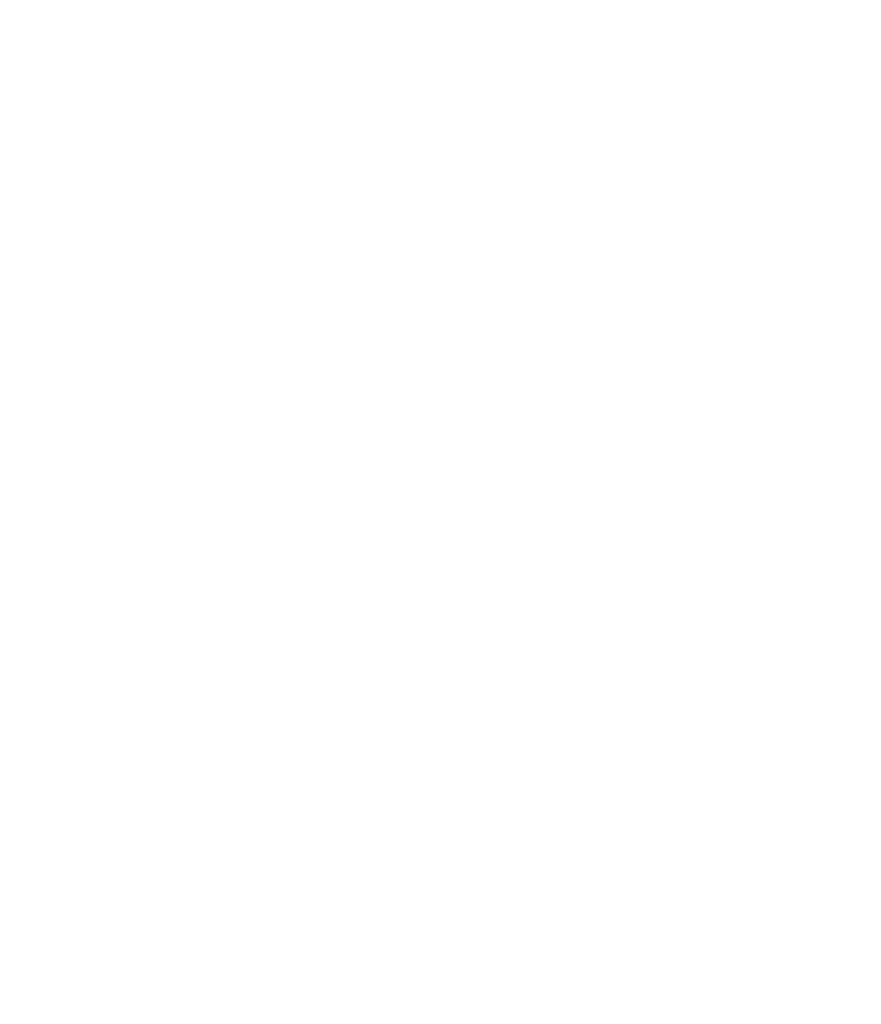
<source format=kicad_pcb>
(kicad_pcb (version 20171130) (host pcbnew 5.1.5+dfsg1-2build2)

  (general
    (thickness 1.6)
    (drawings 4)
    (tracks 0)
    (zones 0)
    (modules 0)
    (nets 1)
  )

  (page A4)
  (title_block
    (title "Democratic Sendcomm")
    (date 2020-11-20)
    (rev 0.9.0)
    (company "Europalab Devices")
    (comment 1 "Copyright © 2020, Europalab Devices")
    (comment 2 "Fulfilling requirements of 20200210")
    (comment 3 "Pending quality assurance testing")
    (comment 4 "Release revision for manufacturing")
  )

  (layers
    (0 F.Cu signal)
    (31 B.Cu signal)
    (32 B.Adhes user)
    (33 F.Adhes user)
    (34 B.Paste user)
    (35 F.Paste user)
    (36 B.SilkS user)
    (37 F.SilkS user)
    (38 B.Mask user)
    (39 F.Mask user)
    (40 Dwgs.User user)
    (41 Cmts.User user)
    (42 Eco1.User user)
    (43 Eco2.User user)
    (44 Edge.Cuts user)
    (45 Margin user)
    (46 B.CrtYd user)
    (47 F.CrtYd user)
    (48 B.Fab user)
    (49 F.Fab user)
  )

  (setup
    (last_trace_width 0.25)
    (trace_clearance 0.2)
    (zone_clearance 0.508)
    (zone_45_only no)
    (trace_min 0.2)
    (via_size 0.6)
    (via_drill 0.4)
    (via_min_size 0.4)
    (via_min_drill 0.3)
    (uvia_size 0.3)
    (uvia_drill 0.1)
    (uvias_allowed no)
    (uvia_min_size 0.2)
    (uvia_min_drill 0.1)
    (edge_width 0.00254)
    (segment_width 0.2)
    (pcb_text_width 0.3)
    (pcb_text_size 1.5 1.5)
    (mod_edge_width 0.15)
    (mod_text_size 1 1)
    (mod_text_width 0.15)
    (pad_size 1.7272 1.7272)
    (pad_drill 1.016)
    (pad_to_mask_clearance 0)
    (aux_axis_origin 0 0)
    (visible_elements 7FFFFFFF)
    (pcbplotparams
      (layerselection 0x01030_80000001)
      (usegerberextensions false)
      (usegerberattributes false)
      (usegerberadvancedattributes false)
      (creategerberjobfile false)
      (excludeedgelayer true)
      (linewidth 0.100000)
      (plotframeref false)
      (viasonmask false)
      (mode 1)
      (useauxorigin false)
      (hpglpennumber 1)
      (hpglpenspeed 20)
      (hpglpendiameter 15.000000)
      (psnegative false)
      (psa4output false)
      (plotreference true)
      (plotvalue true)
      (plotinvisibletext false)
      (padsonsilk false)
      (subtractmaskfromsilk false)
      (outputformat 4)
      (mirror false)
      (drillshape 0)
      (scaleselection 1)
      (outputdirectory ""))
  )

  (net 0 "")

  (net_class Default "This is the default net class."
    (clearance 0.2)
    (trace_width 0.25)
    (via_dia 0.6)
    (via_drill 0.4)
    (uvia_dia 0.3)
    (uvia_drill 0.1)
  )

  (gr_line (start 176 70) (end 120 70) (layer Edge.Cuts) (width 0.00254) (tstamp 5FC63D44))
  (gr_line (start 176 135) (end 176 70) (layer Edge.Cuts) (width 0.00254))
  (gr_line (start 120 135) (end 176 135) (layer Edge.Cuts) (width 0.00254))
  (gr_line (start 120 70) (end 120 135) (layer Edge.Cuts) (width 0.00254))

)

</source>
